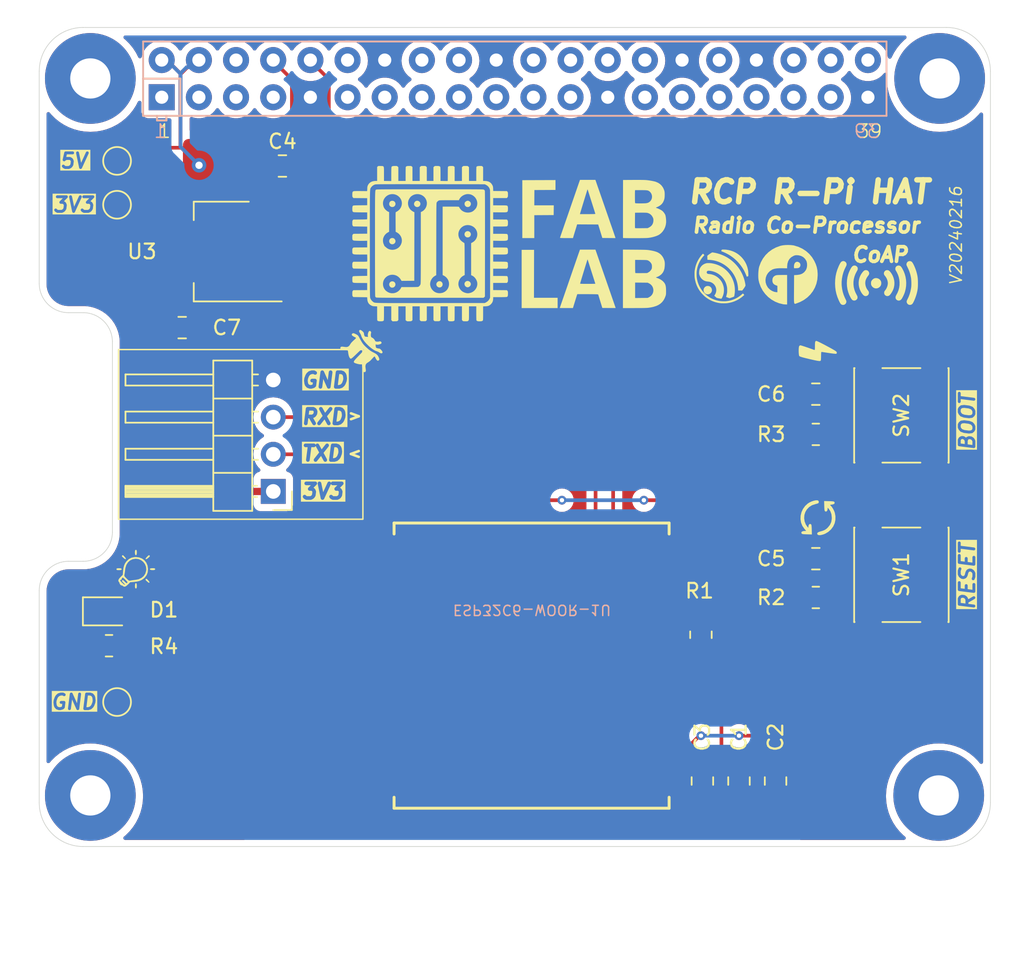
<source format=kicad_pcb>
(kicad_pcb (version 20221018) (generator pcbnew)
  (layers (0 "F.Cu" signal) (31 "B.Cu" signal) (34 "B.Paste" user) (35 "F.Paste" user) (36 "B.SilkS" user "B.Silkscreen") (37 "F.SilkS" user "F.Silkscreen") (38 "B.Mask" user) (39 "F.Mask" user) (44 "Edge.Cuts" user))
  (net 0 "")
  (net 1 "+5V")
  (net 2 "/RESET")
  (net 3 "GND")
  (net 4 "/BOOT")
  (net 5 "+3V3")
  (net 6 "/IO18")
  (net 7 "Net-(U2-IO8)")
  (net 8 "/TXD")
  (net 9 "/RXD")
  (net 10 "/RCP_RX")
  (net 11 "/RCP_TX")
  (net 12 "Net-(D1-K)")
  (footprint "Label:CoAP" (layer "F.Cu") (at 178.8 82.5)
    (fp_text reference "G***" hide)
    (fp_text value "LOGO" hide)
  )
  (footprint "Library:SW_Push_6x6mm" (layer "F.Cu") (at 180.6 102.3 -90)
    (fp_text reference "SW1" (at 0 0 90) (layer "F.SilkS"))
    (fp_text value "~")
    (pad "1" smd rect (at -3.975 -2.25 270) (size 1.55 1.3) (layers "F.Cu" "F.Paste" "F.Mask") (net 3 "GND"))
    (pad "1" smd rect (at 3.975 -2.25 270) (size 1.55 1.3) (layers "F.Cu" "F.Paste" "F.Mask") (net 3 "GND"))
    (pad "2" smd rect (at -3.975 2.25 270) (size 1.55 1.3) (layers "F.Cu" "F.Paste" "F.Mask") (net 2 "/RESET"))
    (pad "2" smd rect (at 3.975 2.25 270) (size 1.55 1.3) (layers "F.Cu" "F.Paste" "F.Mask") (net 2 "/RESET"))
  )
  (footprint "Label:light" (layer "F.Cu") (at 128.2 102 -45)
    (fp_text reference "G***" hide)
    (fp_text value "LOGO" hide)
  )
  (footprint "Capacitor_SMD:C_0805_2012Metric" (layer "F.Cu") (at 172 116.4 -90)
    (fp_text reference "C2" (at -3 0 90) (layer "F.SilkS"))
    (fp_text value "10uF")
    (pad "1" smd roundrect (at -0.95 0 270) (size 1 1.45) (layers "F.Cu" "F.Paste" "F.Mask") (net 5 "+3V3"))
    (pad "2" smd roundrect (at 0.95 0 270) (size 1 1.45) (layers "F.Cu" "F.Paste" "F.Mask") (net 3 "GND"))
  )
  (footprint "Label:debug" (layer "F.Cu") (at 143.839207 86.861917 -45)
    (fp_text reference "G***" hide)
    (fp_text value "LOGO" hide)
  )
  (footprint "Resistor_SMD:R_0805_2012Metric" (layer "F.Cu") (at 174.75 92.7 180)
    (fp_text reference "R3" (at 3.05 0) (layer "F.SilkS"))
    (fp_text value "10k")
    (pad "1" smd roundrect (at -0.9125 0 180) (size 1.025 1.4) (layers "F.Cu" "F.Paste" "F.Mask") (roundrect_rratio 0.243902) (net 5 "+3V3"))
    (pad "2" smd roundrect (at 0.9125 0 180) (size 1.025 1.4) (layers "F.Cu" "F.Paste" "F.Mask") (roundrect_rratio 0.243902) (net 4 "/BOOT"))
  )
  (footprint "Library:ES32C6-WOOR_1U_footprint" (layer "F.Cu") (at 156.09 121.393 180)
    (fp_text reference "U2" hide)
    (fp_text value "~" hide)
    (fp_text user "ESP32C6-WOOR-1U" (at 6.2 17.1 180 unlocked) (layer "B.SilkS") (effects (font (size 0.7 0.7) (thickness 0.1)) (justify left bottom mirror)))
    (pad "1" smd rect (at -8.2 4.623 180) (size 1.5 0.9) (layers "F.Cu" "F.Paste" "F.Mask") (net 3 "GND"))
    (pad "2" smd rect (at -8.2 5.893 180) (size 1.5 0.9) (layers "F.Cu" "F.Paste" "F.Mask") (net 5 "+3V3"))
    (pad "3" smd rect (at -8.2 7.163 180) (size 1.5 0.9) (layers "F.Cu" "F.Paste" "F.Mask") (net 2 "/RESET"))
    (pad "4" smd rect (at -8.2 8.433 180) (size 1.5 0.9) (layers "F.Cu" "F.Paste" "F.Mask") (net 10 "/RCP_RX"))
    (pad "5" smd rect (at -8.2 9.703 180) (size 1.5 0.9) (layers "F.Cu" "F.Paste" "F.Mask") (net 11 "/RCP_TX"))
    (pad "6" smd rect (at -8.2 10.973 180) (size 1.5 0.9) (layers "F.Cu" "F.Paste" "F.Mask"))
    (pad "7" smd rect (at -8.2 12.243 180) (size 1.5 0.9) (layers "F.Cu" "F.Paste" "F.Mask"))
    (pad "8" smd rect (at -8.2 13.513 180) (size 1.5 0.9) (layers "F.Cu" "F.Paste" "F.Mask"))
    (pad "9" smd rect (at -8.2 14.783 180) (size 1.5 0.9) (layers "F.Cu" "F.Paste" "F.Mask"))
    (pad "10" smd rect (at -8.2 16.053 180) (size 1.5 0.9) (layers "F.Cu" "F.Paste" "F.Mask") (net 7 "Net-(U2-IO8)"))
    (pad "11" smd rect (at -8.2 17.323 180) (size 1.5 0.9) (layers "F.Cu" "F.Paste" "F.Mask"))
    (pad "12" smd rect (at -8.2 18.593 180) (size 1.5 0.9) (layers "F.Cu" "F.Paste" "F.Mask"))
    (pad "13" smd rect (at -8.2 19.863 180) (size 1.5 0.9) (layers "F.Cu" "F.Paste" "F.Mask"))
    (pad "14" smd rect (at -8.2 21.133 180) (size 1.5 0.9) (layers "F.Cu" "F.Paste" "F.Mask"))
    (pad "15" smd rect (at 9.779 21.133) (size 1.5 0.9) (layers "F.Cu" "F.Paste" "F.Mask") (net 4 "/BOOT"))
    (pad "16" smd rect (at 9.779 19.863) (size 1.5 0.9) (layers "F.Cu" "F.Paste" "F.Mask") (net 6 "/IO18"))
    (pad "17" smd rect (at 9.779 18.593) (size 1.5 0.9) (layers "F.Cu" "F.Paste" "F.Mask"))
    (pad "18" smd rect (at 9.779 17.323) (size 1.5 0.9) (layers "F.Cu" "F.Paste" "F.Mask"))
    (pad "19" smd rect (at 9.779 16.053) (size 1.5 0.9) (layers "F.Cu" "F.Paste" "F.Mask"))
    (pad "20" smd rect (at 9.779 14.783) (size 1.5 0.9) (layers "F.Cu" "F.Paste" "F.Mask"))
    (pad "21" smd rect (at 9.779 13.513) (size 1.5 0.9) (layers "F.Cu" "F.Paste" "F.Mask"))
    (pad "22" smd rect (at 9.779 12.243) (size 1.5 0.9) (layers "F.Cu" "F.Paste" "F.Mask"))
    (pad "23" smd rect (at 9.779 10.973) (size 1.5 0.9) (layers "F.Cu" "F.Paste" "F.Mask"))
    (pad "24" smd rect (at 9.779 9.703) (size 1.5 0.9) (layers "F.Cu" "F.Paste" "F.Mask") (net 9 "/RXD"))
    (pad "25" smd rect (at 9.779 8.433) (size 1.5 0.9) (layers "F.Cu" "F.Paste" "F.Mask") (net 8 "/TXD"))
    (pad "26" smd rect (at 9.779 7.163) (size 1.5 0.9) (layers "F.Cu" "F.Paste" "F.Mask"))
    (pad "27" smd rect (at 9.779 5.893) (size 1.5 0.9) (layers "F.Cu" "F.Paste" "F.Mask"))
    (pad "28" smd rect (at 9.779 4.623) (size 1.5 0.9) (layers "F.Cu" "F.Paste" "F.Mask") (net 3 "GND"))
    (pad "29" smd rect (at -2.01 9.093) (size 0.8 0.8) (layers "F.Cu" "F.Paste" "F.Mask"))
    (pad "29" smd rect (at -2.01 10.343) (size 0.8 0.8) (layers "F.Cu" "F.Paste" "F.Mask"))
    (pad "29" smd rect (at -2.01 11.593) (size 0.8 0.8) (layers "F.Cu" "F.Paste" "F.Mask"))
    (pad "29" smd rect (at -0.76 9.093) (size 0.8 0.8) (layers "F.Cu" "F.Paste" "F.Mask"))
    (pad "29" smd rect (at -0.76 10.343) (size 0.8 0.8) (layers "F.Cu" "F.Paste" "F.Mask"))
    (pad "29" smd rect (at -0.76 11.593) (size 0.8 0.8) (layers "F.Cu" "F.Paste" "F.Mask"))
    (pad "29" smd rect (at 0.49 9.093) (size 0.8 0.8) (layers "F.Cu" "F.Paste" "F.Mask"))
    (pad "29" smd rect (at 0.49 10.343) (size 0.8 0.8) (layers "F.Cu" "F.Paste" "F.Mask"))
    (pad "29" smd rect (at 0.49 11.593) (size 0.8 0.8) (layers "F.Cu" "F.Paste" "F.Mask"))
  )
  (footprint "Connector_PinHeader_2.54mm:PinHeader_1x04_P2.54mm_Horizontal" (layer "F.Cu") (at 137.675 96.6 180)
    (fp_text reference "J1" hide)
    (fp_text value "Debug Pins")
    (pad "1" thru_hole rect (at 0 0 180) (size 1.7 1.7) (drill 1) (layers "*.Cu" "*.Mask") (net 5 "+3V3"))
    (pad "2" thru_hole oval (at 0 2.54 180) (size 1.7 1.7) (drill 1) (layers "*.Cu" "*.Mask") (net 8 "/TXD"))
    (pad "3" thru_hole oval (at 0 5.08 180) (size 1.7 1.7) (drill 1) (layers "*.Cu" "*.Mask") (net 9 "/RXD"))
    (pad "4" thru_hole oval (at 0 7.62 180) (size 1.7 1.7) (drill 1) (layers "*.Cu" "*.Mask") (net 3 "GND"))
  )
  (footprint "Library:RaspberryPiHeaderPin40" (layer "F.Cu") (at 164.193 96.374663)
    (fp_text reference "U1" hide)
    (fp_text value "~" hide)
    (fp_text user "39" (at 14.9675 -23.8695) (layer "B.SilkS") (effects (font (size 0.9144 0.9144) (thickness 0.1016)) (justify left bottom mirror)))
    (fp_text user "1" (at -33.737 -23.8695) (layer "B.SilkS") (effects (font (size 0.9144 0.9144) (thickness 0.1016)) (justify left bottom mirror)))
    (fp_text user "1" (at -34.4595 -23.8695) (layer "F.SilkS") (effects (font (size 0.9144 0.9144) (thickness 0.1016)) (justify left bottom)))
    (fp_text user "39" (at 13.2925 -23.8695) (layer "F.SilkS") (effects (font (size 0.9144 0.9144) (thickness 0.1016)) (justify left bottom)))
    (fp_line (start -42.512 -13.997) (end -42.512 -28.497) (stroke (width 0.05)) (layer "Edge.Cuts"))
    (fp_line (start -42.512 21.503) (end -42.512 7.003) (stroke (width 0.05)) (layer "Edge.Cuts"))
    (fp_line (start -40.512 5.003) (end -39.512 5.003) (stroke (width 0.05)) (layer "Edge.Cuts"))
    (fp_line (start -39.512 -11.997) (end -40.512 -11.997) (stroke (width 0.05)) (layer "Edge.Cuts"))
    (fp_line (start -39.512 24.503) (end 19.488 24.503) (stroke (width 0.05)) (layer "Edge.Cuts"))
    (fp_line (start -37.512 3.003) (end -37.512 -9.997) (stroke (width 0.05)) (layer "Edge.Cuts"))
    (fp_line (start 19.488 -31.497) (end -39.512 -31.497) (stroke (width 0.05)) (layer "Edge.Cuts"))
    (fp_line (start 22.488 21.503) (end 22.488 -28.497) (stroke (width 0.05)) (layer "Edge.Cuts"))
    (fp_arc (start -42.512 -28.497) (mid -41.63332 -30.61832) (end -39.512 -31.497) (stroke (width 0.05)) (layer "Edge.Cuts"))
    (fp_arc (start -42.512 7.003) (mid -41.926214 5.588786) (end -40.512 5.003) (stroke (width 0.05)) (layer "Edge.Cuts"))
    (fp_arc (start -40.512 -11.997) (mid -41.926214 -12.582786) (end -42.512 -13.997) (stroke (width 0.05)) (layer "Edge.Cuts"))
    (fp_arc (start -39.512 -11.997) (mid -38.097786 -11.411214) (end -37.512 -9.997) (stroke (width 0.05)) (layer "Edge.Cuts"))
    (fp_arc (start -39.512 24.503) (mid -41.63332 23.62432) (end -42.512 21.503) (stroke (width 0.05)) (layer "Edge.Cuts"))
    (fp_arc (start -37.512 3.003) (mid -38.097786 4.417214) (end -39.512 5.003) (stroke (width 0.05)) (layer "Edge.Cuts"))
    (fp_arc (start 19.488 -31.497) (mid 21.60932 -30.61832) (end 22.488 -28.497) (stroke (width 0.05)) (layer "Edge.Cuts"))
    (fp_arc (start 22.488 21.503) (mid 21.60932 23.62432) (end 19.488 24.503) (stroke (width 0.05)) (layer "Edge.Cuts"))
    (pad "1" thru_hole rect (at -34.142 -26.727) (size 1.778 1.778) (drill 0.9) (layers "*.Cu" "*.Mask"))
    (pad "2" thru_hole circle (at -34.142 -29.267) (size 1.778 1.778) (drill 0.9) (layers "*.Cu" "*.Mask") (net 1 "+5V"))
    (pad "3" thru_hole circle (at -31.602 -26.727) (size 1.778 1.778) (drill 0.9) (layers "*.Cu" "*.Mask"))
    (pad "4" thru_hole circle (at -31.602 -29.267) (size 1.778 1.778) (drill 0.9) (layers "*.Cu" "*.Mask") (net 1 "+5V"))
    (pad "5" thru_hole circle (at -29.062 -26.727) (size 1.778 1.778) (drill 0.9) (layers "*.Cu" "*.Mask"))
    (pad "6" thru_hole circle (at -29.062 -29.267) (size 1.778 1.778) (drill 0.9) (layers "*.Cu" "*.Mask"))
    (pad "7" thru_hole circle (at -26.522 -26.727) (size 1.778 1.778) (drill 0.9) (layers "*.Cu" "*.Mask"))
    (pad "8" thru_hole circle (at -26.522 -29.267) (size 1.778 1.778) (drill 0.9) (layers "*.Cu" "*.Mask") (net 10 "/RCP_RX"))
    (pad "9" thru_hole circle (at -23.982 -26.727) (size 1.778 1.778) (drill 0.9) (layers "*.Cu" "*.Mask") (net 3 "GND"))
    (pad "10" thru_hole circle (at -23.982 -29.267) (size 1.778 1.778) (drill 0.9) (layers "*.Cu" "*.Mask") (net 11 "/RCP_TX"))
    (pad "11" thru_hole circle (at -21.442 -26.727) (size 1.778 1.778) (drill 0.9) (layers "*.Cu" "*.Mask"))
    (pad "12" thru_hole circle (at -21.442 -29.267) (size 1.778 1.778) (drill 0.9) (layers "*.Cu" "*.Mask"))
    (pad "13" thru_hole circle (at -18.902 -26.727) (size 1.778 1.778) (drill 0.9) (layers "*.Cu" "*.Mask"))
    (pad "14" thru_hole circle (at -18.902 -29.267) (size 1.778 1.778) (drill 0.9) (layers "*.Cu" "*.Mask") (net 3 "GND"))
    (pad "15" thru_hole circle (at -16.362 -26.727) (size 1.778 1.778) (drill 0.9) (layers "*.Cu" "*.Mask"))
    (pad "16" thru_hole circle (at -16.362 -29.267) (size 1.778 1.778) (drill 0.9) (layers "*.Cu" "*.Mask"))
    (pad "17" thru_hole circle (at -13.822 -26.727) (size 1.778 1.778) (drill 0.9) (layers "*.Cu" "*.Mask"))
    (pad "18" thru_hole circle (at -13.822 -29.267) (size 1.778 1.778) (drill 0.9) (layers "*.Cu" "*.Mask"))
    (pad "19" thru_hole circle (at -11.282 -26.727) (size 1.778 1.778) (drill 0.9) (layers "*.Cu" "*.Mask"))
    (pad "20" thru_hole circle (at -11.282 -29.267) (size 1.778 1.778) (drill 0.9) (layers "*.Cu" "*.Mask") (net 3 "GND"))
    (pad "21" thru_hole circle (at -8.742 -26.727) (size 1.778 1.778) (drill 0.9) (layers "*.Cu" "*.Mask"))
    (pad "22" thru_hole circle (at -8.742 -29.267) (size 1.778 1.778) (drill 0.9) (layers "*.Cu" "*.Mask"))
    (pad "23" thru_hole circle (at -6.202 -26.727) (size 1.778 1.778) (drill 0.9) (layers "*.Cu" "*.Mask"))
    (pad "24" thru_hole circle (at -6.202 -29.267) (size 1.778 1.778) (drill 0.9) (layers "*.Cu" "*.Mask"))
    (pad "25" thru_hole circle (at -3.662 -26.727) (size 1.778 1.778) (drill 0.9) (layers "*.Cu" "*.Mask") (net 3 "GND"))
    (pad "26" thru_hole circle (at -3.662 -29.267) (size 1.778 1.778) (drill 0.9) (layers "*.Cu" "*.Mask"))
    (pad "27" thru_hole circle (at -1.122 -26.727) (size 1.778 1.778) (drill 0.9) (layers "*.Cu" "*.Mask"))
    (pad "28" thru_hole circle (at -1.122 -29.267) (size 1.778 1.778) (drill 0.9) (layers "*.Cu" "*.Mask"))
    (pad "29" thru_hole circle (at 1.418 -26.727) (size 1.778 1.778) (drill 0.9) (layers "*.Cu" "*.Mask"))
    (pad "30" thru_hole circle (at 1.418 -29.267) (size 1.778 1.778) (drill 0.9) (layers "*.Cu" "*.Mask") (net 3 "GND"))
    (pad "31" thru_hole circle (at 3.958 -26.727) (size 1.778 1.778) (drill 0.9) (layers "*.Cu" "*.Mask"))
    (pad "32" thru_hole circle (at 3.958 -29.267) (size 1.778 1.778) (drill 0.9) (layers "*.Cu" "*.Mask"))
    (pad "33" thru_hole circle (at 6.498 -26.727) (size 1.778 1.778) (drill 0.9) (layers "*.Cu" "*.Mask"))
    (pad "34" thru_hole circle (at 6.498 -29.267) (size 1.778 1.778) (drill 0.9) (layers "*.Cu" "*.Mask") (net 3 "GND"))
    (pad "35" thru_hole circle (at 9.038 -26.727) (size 1.778 1.778) (drill 0.9) (layers "*.Cu" "*.Mask"))
    (pad "36" thru_hole circle (at 9.038 -29.267) (size 1.778 1.778) (drill 0.9) (layers "*.Cu" "*.Mask"))
    (pad "37" thru_hole circle (at 11.578 -26.727) (size 1.778 1.778) (drill 0.9) (layers "*.Cu" "*.Mask"))
    (pad "38" thru_hole circle (at 11.578 -29.267) (size 1.778 1.778) (drill 0.9) (layers "*.Cu" "*.Mask"))
    (pad "39" thru_hole circle (at 14.118 -26.727) (size 1.778 1.778) (drill 0.9) (layers "*.Cu" "*.Mask") (net 3 "GND"))
    (pad "40" thru_hole circle (at 14.118 -29.267) (size 1.778 1.778) (drill 0.9) (layers "*.Cu" "*.Mask"))
    (pad "P$1" thru_hole circle (at -39.0195 -28.0115) (size 6.2 6.2) (drill 2.75) (layers "*.Cu" "*.Mask"))
    (pad "P$2" thru_hole circle (at 19.0195 -28.0115) (size 6.2 6.2) (drill 2.75) (layers "*.Cu" "*.Mask"))
    (pad "P$3" thru_hole circle (at -39.0195 21.0105) (size 6.2 6.2) (drill 2.75) (layers "*.Cu" "*.Mask"))
    (pad "P$4" thru_hole circle (at 18.956 21.0105) (size 6.2 6.2) (drill 2.75) (layers "*.Cu" "*.Mask"))
  )
  (footprint "Label:FabLab" (layer "F.Cu") (at 153.8 79.6)
    (fp_text reference "G***" hide)
    (fp_text value "LOGO" hide)
  )
  (footprint "Capacitor_SMD:C_0805_2012Metric" (layer "F.Cu") (at 167 116.4 -90)
    (fp_text reference "C3" (at -3 0 90) (layer "F.SilkS"))
    (fp_text value "100nF")
    (pad "1" smd roundrect (at -0.95 0 270) (size 1 1.45) (layers "F.Cu" "F.Paste" "F.Mask") (net 5 "+3V3"))
    (pad "2" smd roundrect (at 0.95 0 270) (size 1 1.45) (layers "F.Cu" "F.Paste" "F.Mask") (net 3 "GND"))
  )
  (footprint "TestPoint:TestPoint_Pad_D1.5mm" (layer "F.Cu") (at 127 111)
    (fp_text reference "TP3" hide)
    (fp_text value "TestPoint")
    (pad "1" smd circle (at 0 0) (size 1.5 1.5) (layers "F.Cu" "F.Mask") (net 3 "GND"))
  )
  (footprint "Capacitor_SMD:C_0805_2012Metric" (layer "F.Cu") (at 174.75 101.2)
    (fp_text reference "C5" (at -3.05 0) (layer "F.SilkS"))
    (fp_text value "1uF")
    (pad "1" smd roundrect (at -0.95 0) (size 1 1.45) (layers "F.Cu" "F.Paste" "F.Mask") (net 2 "/RESET"))
    (pad "2" smd roundrect (at 0.95 0) (size 1 1.45) (layers "F.Cu" "F.Paste" "F.Mask") (net 3 "GND"))
  )
  (footprint "Capacitor_SMD:C_0805_2012Metric" (layer "F.Cu") (at 174.75 89.95)
    (fp_text reference "C6" (at -3.05 0) (layer "F.SilkS"))
    (fp_text value "1uF")
    (pad "1" smd roundrect (at -0.95 0) (size 1 1.45) (layers "F.Cu" "F.Paste" "F.Mask") (net 4 "/BOOT"))
    (pad "2" smd roundrect (at 0.95 0) (size 1 1.45) (layers "F.Cu" "F.Paste" "F.Mask") (net 3 "GND"))
  )
  (footprint "Library:SW_Push_6x6mm" (layer "F.Cu") (at 180.6 91.4 -90)
    (fp_text reference "SW2" (at 0 0 90) (layer "F.SilkS"))
    (fp_text value "~")
    (pad "1" smd rect (at -3.975 -2.25 270) (size 1.55 1.3) (layers "F.Cu" "F.Paste" "F.Mask") (net 3 "GND"))
    (pad "1" smd rect (at 3.975 -2.25 270) (size 1.55 1.3) (layers "F.Cu" "F.Paste" "F.Mask") (net 3 "GND"))
    (pad "2" smd rect (at -3.975 2.25 270) (size 1.55 1.3) (layers "F.Cu" "F.Paste" "F.Mask") (net 4 "/BOOT"))
    (pad "2" smd rect (at 3.975 2.25 270) (size 1.55 1.3) (layers "F.Cu" "F.Paste" "F.Mask") (net 4 "/BOOT"))
  )
  (footprint "Capacitor_SMD:C_0805_2012Metric" (layer "F.Cu") (at 169.5 116.4 -90)
    (fp_text reference "C1" (at -3 0 90) (layer "F.SilkS"))
    (fp_text value "10uF")
    (pad "1" smd roundrect (at -0.95 0 270) (size 1 1.45) (layers "F.Cu" "F.Paste" "F.Mask") (net 5 "+3V3"))
    (pad "2" smd roundrect (at 0.95 0 270) (size 1 1.45) (layers "F.Cu" "F.Paste" "F.Mask") (net 3 "GND"))
  )
  (footprint "TestPoint:TestPoint_Pad_D1.5mm" (layer "F.Cu") (at 127 74)
    (fp_text reference "TP1" hide)
    (fp_text value "TestPoint")
    (pad "1" smd circle (at 0 0) (size 1.5 1.5) (layers "F.Cu" "F.Mask") (net 1 "+5V"))
  )
  (footprint "Capacitor_SMD:C_0805_2012Metric" (layer "F.Cu") (at 138.3 74.35)
    (fp_text reference "C4" (at 0 -1.68) (layer "F.SilkS"))
    (fp_text value "10uF")
    (pad "1" smd roundrect (at -0.95 0) (size 1 1.45) (layers "F.Cu" "F.Paste" "F.Mask") (net 1 "+5V"))
    (pad "2" smd roundrect (at 0.95 0) (size 1 1.45) (layers "F.Cu" "F.Paste" "F.Mask") (net 3 "GND"))
  )
  (footprint "Label:esp-idf" (layer "F.Cu") (at 168.3 81.9)
    (fp_text reference "G***" hide)
    (fp_text value "LOGO" hide)
  )
  (footprint "Label:boot" (layer "F.Cu") (at 174.9 87 90)
    (fp_text reference "G***" hide)
    (fp_text value "LOGO" hide)
  )
  (footprint "Capacitor_SMD:C_0805_2012Metric" (layer "F.Cu") (at 131.45 85.4)
    (fp_text reference "C7" (at 3.05 0) (layer "F.SilkS"))
    (fp_text value "10uF")
    (pad "1" smd roundrect (at -0.95 0) (size 1 1.45) (layers "F.Cu" "F.Paste" "F.Mask") (net 5 "+3V3"))
    (pad "2" smd roundrect (at 0.95 0) (size 1 1.45) (layers "F.Cu" "F.Paste" "F.Mask") (net 3 "GND"))
  )
  (footprint "Label:openthread" (layer "F.Cu") (at 172.9 81.8)
    (fp_text reference "G***" hide)
    (fp_text value "LOGO" hide)
  )
  (footprint "LED_SMD:LED_0805_2012Metric" (layer "F.Cu") (at 126.35 104.8)
    (fp_text reference "D1" (at 3.85 -0.1) (layer "F.SilkS"))
    (fp_text value "Power_LED")
    (pad "1" smd roundrect (at -0.9375 0) (size 0.975 1.4) (layers "F.Cu" "F.Paste" "F.Mask") (net 12 "Net-(D1-K)"))
    (pad "2" smd roundrect (at 0.9375 0) (size 0.975 1.4) (layers "F.Cu" "F.Paste" "F.Mask") (net 5 "+3V3"))
  )
  (footprint "TestPoint:TestPoint_Pad_D1.5mm" (layer "F.Cu") (at 127 77)
    (fp_text reference "TP2" hide)
    (fp_text value "TestPoint")
    (pad "1" smd circle (at 0 0) (size 1.5 1.5) (layers "F.Cu" "F.Mask") (net 5 "+3V3"))
  )
  (footprint "Package_TO_SOT_SMD:SOT-223-3_TabPin2" (layer "F.Cu") (at 134.15 80.2 180)
    (fp_text reference "U3" (at 5.45 0) (layer "F.SilkS"))
    (fp_text value "AMS1117-3.3")
    (pad "1" smd rect (at -3.15 -2.3 180) (size 2 1.5) (layers "F.Cu" "F.Paste" "F.Mask") (net 3 "GND"))
    (pad "2" smd rect (at -3.15 0 180) (size 2 1.5) (layers "F.Cu" "F.Paste" "F.Mask") (net 5 "+3V3"))
    (pad "2" smd rect (at 3.15 0 180) (size 2 3.8) (layers "F.Cu" "F.Paste" "F.Mask") (net 5 "+3V3"))
    (pad "3" smd rect (at -3.15 2.3 180) (size 2 1.5) (layers "F.Cu" "F.Paste" "F.Mask") (net 1 "+5V"))
  )
  (footprint "Resistor_SMD:R_0805_2012Metric" (layer "F.Cu") (at 166.9 106.4 90)
    (fp_text reference "R1" (at 3 -0.1) (layer "F.SilkS"))
    (fp_text value "10k")
    (pad "1" smd roundrect (at -0.9125 0 90) (size 1.025 1.4) (layers "F.Cu" "F.Paste" "F.Mask") (roundrect_rratio 0.243902) (net 5 "+3V3"))
    (pad "2" smd roundrect (at 0.9125 0 90) (size 1.025 1.4) (layers "F.Cu" "F.Paste" "F.Mask") (roundrect_rratio 0.243902) (net 7 "Net-(U2-IO8)"))
  )
  (footprint "Resistor_SMD:R_0805_2012Metric" (layer "F.Cu") (at 126.45 107.15)
    (fp_text reference "R4" (at 3.75 0.05) (layer "F.SilkS"))
    (fp_text value "1k")
    (pad "1" smd roundrect (at -0.9125 0) (size 1.025 1.4) (layers "F.Cu" "F.Paste" "F.Mask") (roundrect_rratio 0.243902) (net 12 "Net-(D1-K)"))
    (pad "2" smd roundrect (at 0.9125 0) (size 1.025 1.4) (layers "F.Cu" "F.Paste" "F.Mask") (roundrect_rratio 0.243902) (net 3 "GND"))
  )
  (footprint "Resistor_SMD:R_0805_2012Metric" (layer "F.Cu") (at 174.75 103.85 180)
    (fp_text reference "R2" (at 3.05 0) (layer "F.SilkS"))
    (fp_text value "10k")
    (pad "1" smd roundrect (at -0.9125 0 180) (size 1.025 1.4) (layers "F.Cu" "F.Paste" "F.Mask") (roundrect_rratio 0.243902) (net 5 "+3V3"))
    (pad "2" smd roundrect (at 0.9125 0 180) (size 1.025 1.4) (layers "F.Cu" "F.Paste" "F.Mask") (roundrect_rratio 0.243902) (net 2 "/RESET"))
  )
  (footprint "Label:reset" (layer "F.Cu") (at 174.9 98.4 90)
    (fp_text reference "G***" hide)
    (fp_text value "LOGO" hide)
  )
  (gr_rect (start 127.1 86.9) (end 143.8 98.5) (stroke (width 0.1)) (fill none) (layer "F.SilkS"))
  (gr_text "3V3" (at 139.5 96.6) (layer "F.SilkS" knockout) (effects (font (size 1 1) (thickness 0.25) bold italic) (justify left)))
  (gr_text "BOOT" (at 185.1 93.9 90) (layer "F.SilkS" knockout) (effects (font (size 1 1) (thickness 0.2) bold italic) (justify left)))
  (gr_text "RCP R-Pi HAT\n" (at 174.3 77) (layer "F.SilkS") (effects (font (size 1.5 1.5) (thickness 0.375) bold italic) (justify bottom)))
  (gr_text "V20240216" (at 184.8 79.1 90) (layer "F.SilkS") (effects (font (size 0.8 0.8) (thickness 0.1) italic) (justify bottom)))
  (gr_text "GND\n" (at 139.5 89) (layer "F.SilkS" knockout) (effects (font (size 1 1) (thickness 0.25) bold italic) (justify left)))
  (gr_text "5V\n" (at 123 74) (layer "F.SilkS" knockout) (effects (font (size 1 1) (thickness 0.2) bold italic) (justify left)))
  (gr_text "RESET" (at 185.1 104.8 90) (layer "F.SilkS" knockout) (effects (font (size 1 1) (thickness 0.2) bold italic) (justify left)))
  (gr_text "<" (at 143.8 91.1 180) (layer "F.SilkS") (effects (font (size 0.7 0.7) (thickness 0.175) bold) (justify left bottom)))
  (gr_text "<" (at 142.7 94.4) (layer "F.SilkS") (effects (font (size 0.7 0.7) (thickness 0.175) bold) (justify left bottom)))
  (gr_text "Radio Co-Processor" (at 174.1 79) (layer "F.SilkS") (effects (font (size 1 1) (thickness 0.25) bold italic) (justify bottom)))
  (gr_text "TXD\n" (at 139.5 94) (layer "F.SilkS" knockout) (effects (font (size 1 1) (thickness 0.25) bold italic) (justify left)))
  (gr_text "CoAP" (at 177.1 81) (layer "F.SilkS") (effects (font (size 1 1) (thickness 0.25) bold italic) (justify left bottom)))
  (gr_text "RXD" (at 139.5 91.5) (layer "F.SilkS" knockout) (effects (font (size 1 1) (thickness 0.25) bold italic) (justify left)))
  (gr_text "3V3\n" (at 122.52381 77) (layer "F.SilkS" knockout) (effects (font (size 1 1) (thickness 0.2) bold italic) (justify left)))
  (gr_text "GND" (at 122.380953 111) (layer "F.SilkS" knockout) (effects (font (size 1 1) (thickness 0.2) bold italic) (justify left)))
  (segment (start 137.3 74.4) (end 137.3 77.25) (width 1) (layer "F.Cu") (net 1))
  (segment (start 130.456118 67.156118) (end 130.051 67.156118) (width 0.25) (layer "F.Cu") (net 1))
  (segment (start 132.248882 67.156118) (end 132.591 67.156118) (width 0.25) (layer "F.Cu") (net 1))
  (segment (start 131.33 68.075) (end 132.248882 67.156118) (width 0.25) (layer "F.Cu") (net 1))
  (segment (start 131.4 73.1) (end 127.9 73.1) (width 0.25) (layer "F.Cu") (net 1))
  (segment (start 127.9 73.1) (end 127 74) (width 0.25) (layer "F.Cu") (net 1))
  (segment (start 132.6 74.3) (end 131.4 73.1) (width 0.25) (layer "F.Cu") (net 1))
  (segment (start 137.35 74.35) (end 137.3 74.4) (width 1) (layer "F.Cu") (net 1))
  (segment (start 131.33 68.03) (end 130.456118 67.156118) (width 0.25) (layer "F.Cu") (net 1))
  (segment (start 131.33 68.37) (end 131.33 68.03) (width 0.25) (layer "F.Cu") (net 1))
  (segment (start 137.3 77.25) (end 137.45 77.4) (width 1) (layer "F.Cu") (net 1))
  (segment (start 130.051 67.156118) (end 130.206118 67.156118) (width 0.25) (layer "F.Cu") (net 1))
  (segment (start 131.33 73.03) (end 131.33 68.075) (width 0.25) (layer "F.Cu") (net 1))
  (segment (start 132.6 74.3) (end 131.33 73.03) (width 0.25) (layer "F.Cu") (net 1))
  (via (at 132.6 74.3) (size 1) (drill 0.5) (layers "F.Cu" "B.Cu") (net 1))
  (segment (start 131.34 68.01) (end 131.75 67.6) (width 0.25) (layer "B.Cu") (net 1))
  (segment (start 131.34 68.05) (end 131.34 68.01) (width 0.25) (layer "B.Cu") (net 1))
  (segment (start 131.34 68.05) (end 131.34 73.04) (width 0.25) (layer "B.Cu") (net 1))
  (segment (start 130.446118 67.156118) (end 130.051 67.156118) (width 0.3) (layer "B.Cu") (net 1))
  (segment (start 132.253882 67.156118) (end 132.591 67.156118) (width 0.3) (layer "B.Cu") (net 1))
  (segment (start 131.75 67.6) (end 132.147118 67.6) (width 0.25) (layer "B.Cu") (net 1))
  (segment (start 131.3 68.01) (end 131.34 68.05) (width 0.25) (layer "B.Cu") (net 1))
  (segment (start 131.34 73.04) (end 132.6 74.3) (width 0.25) (layer "B.Cu") (net 1))
  (segment (start 131.3 68.01) (end 130.446118 67.156118) (width 0.25) (layer "B.Cu") (net 1))
  (segment (start 172.1 113.3) (end 173.8375 111.5625) (width 0.25) (layer "F.Cu") (net 2))
  (segment (start 166.9 113.3) (end 166.8 113.3) (width 0.25) (layer "F.Cu") (net 2))
  (segment (start 173.65 101.05) (end 173.65 99.3) (width 0.3) (layer "F.Cu") (net 2))
  (segment (start 169.5 113.3) (end 172.1 113.3) (width 0.25) (layer "F.Cu") (net 2))
  (segment (start 166.8 113.3) (end 165.87 114.23) (width 0.25) (layer "F.Cu") (net 2))
  (segment (start 165.87 114.23) (end 164.29 114.23) (width 0.25) (layer "F.Cu") (net 2))
  (segment (start 173.8375 111.5625) (end 173.8375 103.85) (width 0.25) (layer "F.Cu") (net 2))
  (segment (start 173.6875 103.8) (end 173.6875 101.0875) (width 0.3) (layer "F.Cu") (net 2))
  (segment (start 173.6875 101.0875) (end 173.65 101.05) (width 0.3) (layer "F.Cu") (net 2))
  (segment (start 174.425 98.525) (end 178.2 98.525) (width 0.3) (layer "F.Cu") (net 2))
  (segment (start 173.65 99.3) (end 174.425 98.525) (width 0.3) (layer "F.Cu") (net 2))
  (via (at 166.9 113.3) (size 0.6) (drill 0.3) (layers "F.Cu" "B.Cu") (net 2))
  (via (at 169.5 113.3) (size 0.6) (drill 0.3) (layers "F.Cu" "B.Cu") (net 2))
  (segment (start 169.5 113.3) (end 166.9 113.3) (width 0.25) (layer "B.Cu") (net 2))
  (segment (start 163 97.2) (end 171.3 97.2) (width 0.25) (layer "F.Cu") (net 4))
  (segment (start 173.8375 94.6625) (end 173.8375 92.7) (width 0.25) (layer "F.Cu") (net 4))
  (segment (start 146.311 98.689) (end 147.8 97.2) (width 0.25) (layer "F.Cu") (net 4))
  (segment (start 173.65 88.55) (end 174.875 87.325) (width 0.3) (layer "F.Cu") (net 4))
  (segment (start 173.6875 92.85) (end 173.6875 90.2375) (width 0.3) (layer "F.Cu") (net 4))
  (segment (start 173.65 90.2) (end 173.65 88.55) (width 0.3) (layer "F.Cu") (net 4))
  (segment (start 173.5875 90.2625) (end 173.65 90.2) (width 0.3) (layer "F.Cu") (net 4))
  (segment (start 173.6875 90.2375) (end 173.65 90.2) (width 0.3) (layer "F.Cu") (net 4))
  (segment (start 171.3 97.2) (end 173.8375 94.6625) (width 0.25) (layer "F.Cu") (net 4))
  (segment (start 147.8 97.2) (end 157.4 97.2) (width 0.25) (layer "F.Cu") (net 4))
  (segment (start 146.311 100.26) (end 146.311 98.689) (width 0.25) (layer "F.Cu") (net 4))
  (segment (start 174.875 87.325) (end 178.2 87.325) (width 0.3) (layer "F.Cu") (net 4))
  (via (at 157.4 97.2) (size 0.6) (drill 0.3) (layers "F.Cu" "B.Cu") (net 4))
  (via (at 163 97.2) (size 0.6) (drill 0.3) (layers "F.Cu" "B.Cu") (net 4))
  (segment (start 157.4 97.2) (end 163 97.2) (width 0.25) (layer "B.Cu") (net 4))
  (segment (start 180.5 109.2) (end 180.5 105.35) (width 0.5) (layer "F.Cu") (net 5))
  (segment (start 166.95 115.5) (end 167 115.45) (width 0.5) (layer "F.Cu") (net 5))
  (segment (start 166.9 107.5125) (end 167.7125 107.5125) (width 0.25) (layer "F.Cu") (net 5))
  (segment (start 179.75 92.85) (end 175.5125 92.85) (width 0.5) (layer "F.Cu") (net 5))
  (segment (start 180.5 105.35) (end 180.5 93.6) (width 0.5) (layer "F.Cu") (net 5))
  (segment (start 168.4 115.45) (end 169.5 115.45) (width 0.5) (layer "F.Cu") (net 5))
  (segment (start 176.2 115.45) (end 177.35 115.45) (width 0.5) (layer "F.Cu") (net 5))
  (segment (start 128.625 104.8) (end 130.5 102.925) (width 0.3) (layer "F.Cu") (net 5))
  (segment (start 164.29 115.5) (end 166.95 115.5) (width 0.5) (layer "F.Cu") (net 5))
  (segment (start 130.5 113.9) (end 136.5 119.9) (width 0.5) (layer "F.Cu") (net 5))
  (segment (start 130.5 95) (end 130.5 85.4) (width 0.5) (layer "F.Cu") (net 5))
  (segment (start 172 115.45) (end 176.2 115.45) (width 0.5) (layer "F.Cu") (net 5))
  (segment (start 136.5 119.9) (end 172.9 119.9) (width 0.5) (layer "F.Cu") (net 5))
  (segment (start 175.5125 103.8) (end 178.95 103.8) (width 0.5) (layer "F.Cu") (net 5))
  (segment (start 130.5 101.6) (end 130.5 113.9) (width 0.5) (layer "F.Cu") (net 5))
  (segment (start 132.1 96.6) (end 130.5 95) (width 0.5) (layer "F.Cu") (net 5))
  (segment (start 175.65 115.45) (end 176.2 115.45) (width 0.5) (layer "F.Cu") (net 5))
  (segment (start 178.95 103.8) (end 180.5 105.35) (width 0.5) (layer "F.Cu") (net 5))
  (segment (start 167 115.45) (end 168.4 115.45) (width 0.5) (layer "F.Cu") (net 5))
  (segment (start 137.675 96.6) (end 132.1 96.6) (width 0.5) (layer "F.Cu") (net 5))
  (segment (start 168.3 108.1) (end 168.3 115.35) (width 0.25) (layer "F.Cu") (net 5))
  (segment (start 178 114.8) (end 180.5 112.3) (width 0.5) (layer "F.Cu") (net 5))
  (segment (start 127 77) (end 129.3 77) (width 0.25) (layer "F.Cu") (net 5))
  (segment (start 169.5 115.45) (end 172 115.45) (width 0.5) (layer "F.Cu") (net 5))
  (segment (start 180.5 93.6) (end 179.75 92.85) (width 0.5) (layer "F.Cu") (net 5))
  (segment (start 167.7125 107.5125) (end 168.3 108.1) (width 0.25) (layer "F.Cu") (net 5))
  (segment (start 177.35 115.45) (end 178 114.8) (width 0.5) (layer "F.Cu") (net 5))
  (segment (start 130.5 95) (end 130.5 101.6) (width 0.5) (layer "F.Cu") (net 5))
  (segment (start 168.3 115.35) (end 168.4 115.45) (width 0.25) (layer "F.Cu") (net 5))
  (segment (start 127.2875 104.8) (end 128.625 104.8) (width 0.3) (layer "F.Cu") (net 5))
  (segment (start 172.9 119.9) (end 178 114.8) (width 0.5) (layer "F.Cu") (net 5))
  (segment (start 130.5 102.925) (end 130.5 101.6) (width 0.3) (layer "F.Cu") (net 5))
  (segment (start 180.5 112.3) (end 180.5 109.2) (width 0.5) (layer "F.Cu") (net 5))
  (segment (start 164.4375 105.4875) (end 164.29 105.34) (width 0.25) (layer "F.Cu") (net 7))
  (segment (start 166.9 105.4875) (end 164.4375 105.4875) (width 0.25) (layer "F.Cu") (net 7))
  (segment (start 143.61 112.96) (end 141.4 110.75) (width 0.25) (layer "F.Cu") (net 8))
  (segment (start 141.4 110.75) (end 141.4 95.3) (width 0.25) (layer "F.Cu") (net 8))
  (segment (start 141.4 95.3) (end 140.16 94.06) (width 0.25) (layer "F.Cu") (net 8))
  (segment (start 140.16 94.06) (end 137.675 94.06) (width 0.25) (layer "F.Cu") (net 8))
  (segment (start 146.311 112.96) (end 143.61 112.96) (width 0.25) (layer "F.Cu") (net 8))
  (segment (start 140.52 91.52) (end 137.675 91.52) (width 0.25) (layer "F.Cu") (net 9))
  (segment (start 142.8 93.8) (end 140.52 91.52) (width 0.25) (layer "F.Cu") (net 9))
  (segment (start 146.311 111.69) (end 144.09 111.69) (width 0.25) (layer "F.Cu") (net 9))
  (segment (start 144.09 111.69) (end 142.8 110.4) (width 0.25) (layer "F.Cu") (net 9))
  (segment (start 142.8 110.4) (end 142.8 93.8) (width 0.25) (layer "F.Cu") (net 9))
  (segment (start 159.7 110.8) (end 161.86 112.96) (width 0.25) (layer "F.Cu") (net 10))
  (segment (start 138.95 70.85) (end 159.7 91.6) (width 0.25) (layer "F.Cu") (net 10))
  (segment (start 159.7 91.6) (end 159.7 110.8) (width 0.25) (layer "F.Cu") (net 10))
  (segment (start 138.95 68.435118) (end 138.95 70.85) (width 0.25) (layer "F.Cu") (net 10))
  (segment (start 137.671 67.156118) (end 138.95 68.435118) (width 0.25) (layer "F.Cu") (net 10))
  (segment (start 161.86 112.96) (end 164.29 112.96) (width 0.25) (layer "F.Cu") (net 10))
  (segment (start 164.29 111.69) (end 162.19 111.69) (width 0.25) (layer "F.Cu") (net 11))
  (segment (start 141.47 68.415118) (end 140.211 67.156118) (width 0.25) (layer "F.Cu") (net 11))
  (segment (start 141.47 70.97) (end 141.47 68.415118) (width 0.25) (layer "F.Cu") (net 11))
  (segment (start 160.9 90.4) (end 141.47 70.97) (width 0.25) (layer "F.Cu") (net 11))
  (segment (start 162.19 111.69) (end 160.9 110.4) (width 0.25) (layer "F.Cu") (net 11))
  (segment (start 160.9 110.4) (end 160.9 90.4) (width 0.25) (layer "F.Cu") (net 11))
  (segment (start 125.4125 104.8) (end 125.4125 107.025) (width 0.25) (layer "F.Cu") (net 12))
  (segment (start 125.4125 107.025) (end 125.5375 107.15) (width 0.25) (layer "F.Cu") (net 12))
  (zone (net 1) (net_name "+5V") (layer "F.Cu") (priority 1) (connect_pads yes (clearance 0.5)) (min_thickness 0.25) (fill yes (thermal_gap 0.5) (thermal_bridge_width 0.5) (smoothing fillet) (radius 0.4))
    (polygon (pts (xy 131.5 72.5) (xy 138 72.5) (xy 138 76) (xy 131.5 76)))
  )
  (zone (net 5) (net_name "+3V3") (layer "F.Cu") (priority 1) (connect_pads yes (clearance 0.5)) (min_thickness 0.25) (fill yes (thermal_gap 0.5) (thermal_bridge_width 0.5) (smoothing fillet) (radius 0.4))
    (polygon (pts (xy 129 76.5) (xy 134.5 76.5) (xy 134.5 87) (xy 129 87)))
  )
  (zone (net 3) (net_name "GND") (layers "F&B.Cu") (connect_pads yes (clearance 0.5)) (min_thickness 0.25) (fill yes (thermal_gap 0.5) (thermal_bridge_width 0.5))
    (polygon (pts (xy 119 63) (xy 189 63) (xy 189 122) (xy 119 122)))
  )
)
</source>
